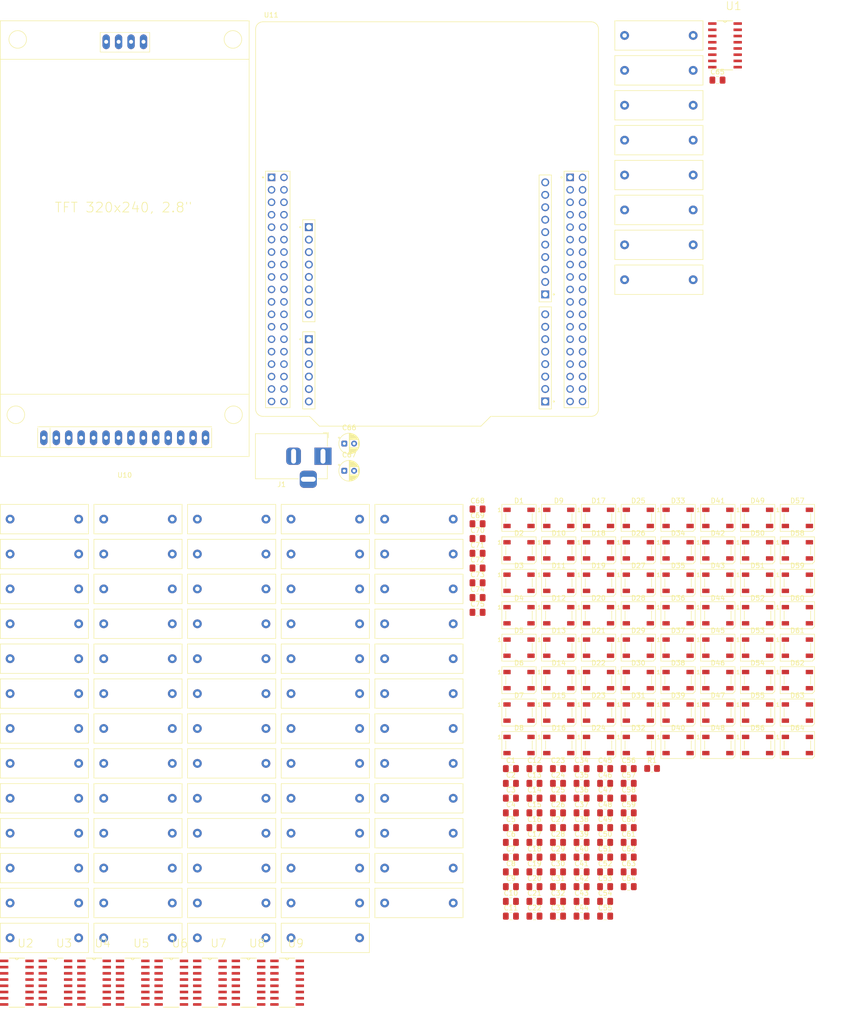
<source format=kicad_pcb>
(kicad_pcb (version 20241229) (generator "pcbnew") (generator_version "9.0")
  (layers (0 "F.Cu" signal) (2 "B.Cu" signal) (13 "F.Paste" user) (15 "B.Paste" user) (5 "F.SilkS" user "F.Silkscreen") (7 "B.SilkS" user "B.Silkscreen") (1 "F.Mask" user) (3 "B.Mask" user) (25 "Edge.Cuts" user))
  (net 0 "")
  (net 1 "+5V")
  (net 2 "GND")
  (net 3 "Net-(D1-DIN)")
  (net 4 "Net-(D1-DOUT)")
  (net 5 "Net-(D2-DOUT)")
  (net 6 "Net-(D3-DOUT)")
  (net 7 "Net-(D4-DOUT)")
  (net 8 "Net-(D5-DOUT)")
  (net 9 "Net-(D6-DOUT)")
  (net 10 "Net-(D7-DOUT)")
  (net 11 "Net-(D8-DOUT)")
  (net 12 "Net-(D10-DIN)")
  (net 13 "Net-(D10-DOUT)")
  (net 14 "Net-(D11-DOUT)")
  (net 15 "Net-(D12-DOUT)")
  (net 16 "Net-(D13-DOUT)")
  (net 17 "Net-(D14-DOUT)")
  (net 18 "Net-(D15-DOUT)")
  (net 19 "Net-(D16-DOUT)")
  (net 20 "Net-(D17-DOUT)")
  (net 21 "Net-(D18-DOUT)")
  (net 22 "Net-(D19-DOUT)")
  (net 23 "Net-(D20-DOUT)")
  (net 24 "Net-(D21-DOUT)")
  (net 25 "Net-(D22-DOUT)")
  (net 26 "Net-(D23-DOUT)")
  (net 27 "Net-(D24-DOUT)")
  (net 28 "Net-(D25-DOUT)")
  (net 29 "Net-(D26-DOUT)")
  (net 30 "Net-(D27-DOUT)")
  (net 31 "Net-(D28-DOUT)")
  (net 32 "Net-(D29-DOUT)")
  (net 33 "Net-(D30-DOUT)")
  (net 34 "Net-(D31-DOUT)")
  (net 35 "Net-(D32-DOUT)")
  (net 36 "Net-(D33-DOUT)")
  (net 37 "Net-(D34-DOUT)")
  (net 38 "Net-(D35-DOUT)")
  (net 39 "Net-(D36-DOUT)")
  (net 40 "Net-(D37-DOUT)")
  (net 41 "Net-(D38-DOUT)")
  (net 42 "Net-(D39-DOUT)")
  (net 43 "Net-(D40-DOUT)")
  (net 44 "Net-(D41-DOUT)")
  (net 45 "Net-(D42-DOUT)")
  (net 46 "Net-(D43-DOUT)")
  (net 47 "Net-(D44-DOUT)")
  (net 48 "Net-(D45-DOUT)")
  (net 49 "Net-(D46-DOUT)")
  (net 50 "Net-(D47-DOUT)")
  (net 51 "Net-(D48-DOUT)")
  (net 52 "Net-(D49-DOUT)")
  (net 53 "Net-(D50-DOUT)")
  (net 54 "Net-(D51-DOUT)")
  (net 55 "Net-(D52-DOUT)")
  (net 56 "Net-(D53-DOUT)")
  (net 57 "Net-(D54-DOUT)")
  (net 58 "Net-(D55-DOUT)")
  (net 59 "Net-(D56-DOUT)")
  (net 60 "Net-(D57-DOUT)")
  (net 61 "Net-(D58-DOUT)")
  (net 62 "Net-(D59-DOUT)")
  (net 63 "Net-(D60-DOUT)")
  (net 64 "Net-(D61-DOUT)")
  (net 65 "Net-(D62-DOUT)")
  (net 66 "Net-(D63-DOUT)")
  (net 69 "/LED_IN")
  (net 70 "/Mux_i_reed_switch/Y00")
  (net 71 "/Mux_i_reed_switch/Y01")
  (net 72 "/Mux_i_reed_switch/Y02")
  (net 73 "/Mux_i_reed_switch/Y03")
  (net 74 "/Mux_i_reed_switch/Y04")
  (net 75 "/Mux_i_reed_switch/Y05")
  (net 76 "/Mux_i_reed_switch/Y06")
  (net 77 "/Mux_i_reed_switch/Y07")
  (net 78 "/Mul_Mux_Reed_Switches/Y00")
  (net 79 "/Mul_Mux_Reed_Switches/Y01")
  (net 80 "/Mul_Mux_Reed_Switches/Y02")
  (net 81 "/Mul_Mux_Reed_Switches/Y03")
  (net 82 "/Mul_Mux_Reed_Switches/Y04")
  (net 83 "/Mul_Mux_Reed_Switches/Y05")
  (net 84 "/Mul_Mux_Reed_Switches/Y06")
  (net 85 "/Mul_Mux_Reed_Switches/Y07")
  (net 86 "/Mul_Mux_Reed_Switches/Y10")
  (net 87 "/Mul_Mux_Reed_Switches/Y11")
  (net 88 "/Mul_Mux_Reed_Switches/Y12")
  (net 89 "/Mul_Mux_Reed_Switches/Y13")
  (net 90 "/Mul_Mux_Reed_Switches/Y14")
  (net 91 "/Mul_Mux_Reed_Switches/Y15")
  (net 92 "/Mul_Mux_Reed_Switches/Y16")
  (net 93 "/Mul_Mux_Reed_Switches/Y17")
  (net 94 "/Mul_Mux_Reed_Switches/Y30")
  (net 95 "/Mul_Mux_Reed_Switches/Y20")
  (net 96 "/Mul_Mux_Reed_Switches/Y31")
  (net 97 "/Mul_Mux_Reed_Switches/Y21")
  (net 98 "/Mul_Mux_Reed_Switches/Y32")
  (net 99 "/Mul_Mux_Reed_Switches/Y22")
  (net 100 "/Mul_Mux_Reed_Switches/Y33")
  (net 101 "/Mul_Mux_Reed_Switches/Y23")
  (net 102 "/Mul_Mux_Reed_Switches/Y34")
  (net 103 "/Mul_Mux_Reed_Switches/Y24")
  (net 104 "/Mul_Mux_Reed_Switches/Y35")
  (net 105 "/Mul_Mux_Reed_Switches/Y25")
  (net 106 "/Mul_Mux_Reed_Switches/Y36")
  (net 107 "/Mul_Mux_Reed_Switches/Y26")
  (net 108 "/Mul_Mux_Reed_Switches/Y37")
  (net 109 "/Mul_Mux_Reed_Switches/Y27")
  (net 110 "/Mul_Mux_Reed_Switches/Y70")
  (net 111 "/Mul_Mux_Reed_Switches/Y60")
  (net 112 "/Mul_Mux_Reed_Switches/Y50")
  (net 113 "/Mul_Mux_Reed_Switches/Y40")
  (net 114 "/Mul_Mux_Reed_Switches/Y71")
  (net 115 "/Mul_Mux_Reed_Switches/Y61")
  (net 116 "/Mul_Mux_Reed_Switches/Y51")
  (net 117 "/Mul_Mux_Reed_Switches/Y41")
  (net 118 "/Mul_Mux_Reed_Switches/Y72")
  (net 119 "/Mul_Mux_Reed_Switches/Y62")
  (net 120 "/Mul_Mux_Reed_Switches/Y52")
  (net 121 "/Mul_Mux_Reed_Switches/Y42")
  (net 122 "/Mul_Mux_Reed_Switches/Y73")
  (net 123 "/Mul_Mux_Reed_Switches/Y63")
  (net 124 "/Mul_Mux_Reed_Switches/Y53")
  (net 125 "/Mul_Mux_Reed_Switches/Y43")
  (net 126 "/Mul_Mux_Reed_Switches/Y74")
  (net 127 "/Mul_Mux_Reed_Switches/Y64")
  (net 128 "/Mul_Mux_Reed_Switches/Y54")
  (net 129 "/Mul_Mux_Reed_Switches/Y44")
  (net 130 "/Mul_Mux_Reed_Switches/Y75")
  (net 131 "/Mul_Mux_Reed_Switches/Y65")
  (net 132 "/Mul_Mux_Reed_Switches/Y55")
  (net 133 "/Mul_Mux_Reed_Switches/Y45")
  (net 134 "/Mul_Mux_Reed_Switches/Y76")
  (net 135 "/Mul_Mux_Reed_Switches/Y66")
  (net 136 "/Mul_Mux_Reed_Switches/Y56")
  (net 137 "/Mul_Mux_Reed_Switches/Y46")
  (net 138 "/Mul_Mux_Reed_Switches/Y77")
  (net 139 "/Mul_Mux_Reed_Switches/Y67")
  (net 140 "/Mul_Mux_Reed_Switches/Y57")
  (net 141 "/Mul_Mux_Reed_Switches/Y47")
  (net 142 "/Mux_i_reed_switch/S0")
  (net 143 "/Mux_i_reed_switch/S2")
  (net 144 "/Mux_i_reed_switch/S1")
  (net 145 "/Mux_i_reed_switch/MUX_OUT_0")
  (net 146 "/S1")
  (net 147 "/S2")
  (net 148 "/MUX_OUT_0")
  (net 149 "/S0")
  (net 150 "/MUX_OUT_1")
  (net 151 "/MUX_OUT_2")
  (net 152 "/MUX_OUT_3")
  (net 153 "/MUX_OUT_6")
  (net 154 "/MUX_OUT_4")
  (net 155 "/MUX_OUT_7")
  (net 156 "/MUX_OUT_5")
  (net 158 "/RST")
  (net 159 "/VDD")
  (net 161 "/CS_SD")
  (net 163 "/MOSI")
  (net 164 "/MISO")
  (net 165 "/CS")
  (net 167 "/SCK")
  (net 169 "/DC")
  (net 186 "Net-(U11B-GND_S2-Pad10_20)")
  (net 193 "/SW2")
  (net 197 "/SW1")
  (net 201 "/SW4")
  (net 210 "/SW3")
  (footprint "Capacitor_SMD:C_0805_2012Metric_Pad1.18x1.45mm_HandSolder" (layer "F.Cu") (at 166.825 155.515)
    (property "Reference" "C24")
    (property "Value" "100nF")
  )
  (footprint "Capacitor_SMD:C_0805_2012Metric_Pad1.18x1.45mm_HandSolder" (layer "F.Cu") (at 150.395 108.575)
    (property "Reference" "C71")
    (property "Value" "100nF")
  )
  (footprint "Capacitor_SMD:C_0805_2012Metric_Pad1.18x1.45mm_HandSolder" (layer "F.Cu") (at 176.445 167.555)
    (property "Reference" "C50")
    (property "Value" "100nF")
  )
  (footprint "LED_SMD:LED_WS2812B_PLCC4_5.0x5.0mm_P3.2mm" (layer "F.Cu") (at 191.34 127.83)
    (property "Reference" "D37")
    (property "Value" "WS2812B")
  )
  (footprint "74HC4051D_653:SOIC127P600X175-16N" (layer "F.Cu") (at 200.9217 4.94)
    (property "Reference" "U1")
    (property "Value" "74HC4051D_653")
  )
  (footprint "Reed_switch:ReedSwitch_2x14mm" (layer "F.Cu") (at 187.42 17.16)
    (property "Reference" "SW3" (hide yes))
    (property "Value" "SW_Reed")
  )
  (footprint "Capacitor_SMD:C_0805_2012Metric_Pad1.18x1.45mm_HandSolder" (layer "F.Cu") (at 150.395 114.595)
    (property "Reference" "C73")
    (property "Value" "100nF")
  )
  (footprint "Reed_switch:ReedSwitch_2x14mm" (layer "F.Cu") (at 81.07 101.6)
    (property "Reference" "SW22" (hide yes))
    (property "Value" "SW_Reed")
  )
  (footprint "Capacitor_SMD:C_0805_2012Metric_Pad1.18x1.45mm_HandSolder" (layer "F.Cu") (at 176.445 170.565)
    (property "Reference" "C51")
    (property "Value" "100nF")
  )
  (footprint "Capacitor_SMD:C_0805_2012Metric_Pad1.18x1.45mm_HandSolder" (layer "F.Cu") (at 181.255 176.585)
    (property "Reference" "C64")
    (property "Value" "100nF")
  )
  (footprint "Capacitor_SMD:C_0805_2012Metric_Pad1.18x1.45mm_HandSolder" (layer "F.Cu") (at 162.015 167.555)
    (property "Reference" "C17")
    (property "Value" "100nF")
  )
  (footprint "LED_SMD:LED_WS2812B_PLCC4_5.0x5.0mm_P3.2mm" (layer "F.Cu") (at 215.7 147.69)
    (property "Reference" "D64")
    (property "Value" "WS2812B")
  )
  (footprint "LED_SMD:LED_WS2812B_PLCC4_5.0x5.0mm_P3.2mm" (layer "F.Cu") (at 215.7 127.83)
    (property "Reference" "D61")
    (property "Value" "WS2812B")
  )
  (footprint "Capacitor_SMD:C_0805_2012Metric_Pad1.18x1.45mm_HandSolder" (layer "F.Cu") (at 181.255 152.505)
    (property "Reference" "C56")
    (property "Value" "100nF")
  )
  (footprint "Reed_switch:ReedSwitch_2x14mm" (layer "F.Cu") (at 138.43 172.8)
    (property "Reference" "SW71" (hide yes))
    (property "Value" "SW_Reed")
  )
  (footprint "Reed_switch:ReedSwitch_2x14mm" (layer "F.Cu") (at 119.31 144.32)
    (property "Reference" "SW54" (hide yes))
    (property "Value" "SW_Reed")
  )
  (footprint "Reed_switch:ReedSwitch_2x14mm" (layer "F.Cu") (at 138.43 115.84)
    (property "Reference" "SW63" (hide yes))
    (property "Value" "SW_Reed")
  )
  (footprint "Capacitor_SMD:C_0805_2012Metric_Pad1.18x1.45mm_HandSolder" (layer "F.Cu") (at 150.395 99.545)
    (property "Reference" "C68")
    (property "Value" "100nF")
  )
  (footprint "Reed_switch:ReedSwitch_2x14mm" (layer "F.Cu") (at 61.95 165.68)
    (property "Reference" "SW18" (hide yes))
    (property "Value" "SW_Reed")
  )
  (footprint "LED_SMD:LED_WS2812B_PLCC4_5.0x5.0mm_P3.2mm" (layer "F.Cu") (at 199.46 114.59)
    (property "Reference" "D43")
    (property "Value" "WS2812B")
  )
  (footprint "Capacitor_SMD:C_0805_2012Metric_Pad1.18x1.45mm_HandSolder" (layer "F.Cu") (at 162.015 158.525)
    (property "Reference" "C14")
    (property "Value" "100nF")
  )
  (footprint "Capacitor_SMD:C_0805_2012Metric_Pad1.18x1.45mm_HandSolder" (layer "F.Cu") (at 171.635 164.545)
    (property "Reference" "C38")
    (property "Value" "100nF")
  )
  (footprint "Capacitor_SMD:C_0805_2012Metric_Pad1.18x1.45mm_HandSolder" (layer "F.Cu") (at 166.825 152.505)
    (property "Reference" "C23")
    (property "Value" "100nF")
  )
  (footprint "LED_SMD:LED_WS2812B_PLCC4_5.0x5.0mm_P3.2mm" (layer "F.Cu") (at 207.58 147.69)
    (property "Reference" "D56")
    (property "Value" "WS2812B")
  )
  (footprint "Capacitor_SMD:C_0805_2012Metric_Pad1.18x1.45mm_HandSolder" (layer "F.Cu") (at 166.825 164.545)
    (property "Reference" "C27")
    (property "Value" "100nF")
  )
  (footprint "Reed_switch:ReedSwitch_2x14mm" (layer "F.Cu") (at 119.31 108.72)
    (property "Reference" "SW49" (hide yes))
    (property "Value" "SW_Reed")
  )
  (footprint "Capacitor_SMD:C_0805_2012Metric_Pad1.18x1.45mm_HandSolder" (layer "F.Cu") (at 199.385 12.025)
    (property "Reference" "C65")
    (property "Value" "100nF")
  )
  (footprint "LED_SMD:LED_WS2812B_PLCC4_5.0x5.0mm_P3.2mm" (layer "F.Cu") (at 175.1 134.45)
    (property "Reference" "D22")
    (property "Value" "WS2812B")
  )
  (footprint "Reed_switch:ReedSwitch_2x14mm" (layer "F.Cu") (at 100.19 137.2)
    (property "Reference" "SW40" (hide yes))
    (property "Value" "SW_Reed")
  )
  (footprint "Capacitor_SMD:C_0805_2012Metric_Pad1.18x1.45mm_HandSolder" (layer "F.Cu") (at 166.825 179.595)
    (property "Reference" "C32")
    (property "Value" "100nF")
  )
  (footprint "Reed_switch:ReedSwitch_2x14mm" (layer "F.Cu") (at 100.19 101.6)
    (property "Reference" "SW35" (hide yes))
    (property "Value" "SW_Reed")
  )
  (footprint "LED_SMD:LED_WS2812B_PLCC4_5.0x5.0mm_P3.2mm" (layer "F.Cu") (at 215.7 101.35)
    (property "Reference" "D57")
    (property "Value" "WS2812B")
  )
  (footprint "Reed_switch:ReedSwitch_2x14mm" (layer "F.Cu") (at 61.95 158.56)
    (property "Reference" "SW17" (hide yes))
    (property "Value" "SW_Reed")
  )
  (footprint "Capacitor_SMD:C_0805_2012Metric_Pad1.18x1.45mm_HandSolder" (layer "F.Cu") (at 176.445 155.515)
    (property "Reference" "C46")
    (property "Value" "100nF")
  )
  (footprint "Capacitor_SMD:C_0805_2012Metric_Pad1.18x1.45mm_HandSolder" (layer "F.Cu") (at 157.205 164.545)
    (property "Reference" "C5")
    (property "Value" "100nF")
  )
  (footprint "LED_SMD:LED_WS2812B_PLCC4_5.0x5.0mm_P3.2mm" (layer "F.Cu") (at 166.98 101.35)
    (property "Reference" "D9")
    (property "Value" "WS2812B")
  )
  (footprint "Reed_switch:ReedSwitch_2x14mm" (layer "F.Cu") (at 81.07 179.92)
    (property "Reference" "SW33" (hide yes))
    (property "Value" "SW_Reed")
  )
  (footprint "Capacitor_SMD:C_0805_2012Metric_Pad1.18x1.45mm_HandSolder" (layer "F.Cu") (at 162.015 173.575)
    (property "Reference" "C19")
    (property "Value" "100nF")
  )
  (footprint "LED_SMD:LED_WS2812B_PLCC4_5.0x5.0mm_P3.2mm" (layer "F.Cu") (at 175.1 114.59)
    (property "Reference" "D19")
    (property "Value" "WS2812B")
  )
  (footprint "Capacitor_SMD:C_0805_2012Metric_Pad1.18x1.45mm_HandSolder" (layer "F.Cu") (at 166.825 182.605)
    (property "Reference" "C33")
    (property "Value" "100nF")
  )
  (footprint "Capacitor_SMD:C_0805_2012Metric_Pad1.18x1.45mm_HandSolder" (layer "F.Cu") (at 166.825 158.525)
    (property "Reference" "C25")
    (property "Value" "100nF")
  )
  (footprint "Reed_switch:ReedSwitch_2x14mm" (layer "F.Cu") (at 81.07 172.8)
    (property "Reference" "SW32" (hide yes))
    (property "Value" "SW_Reed")
  )
  (footprint "LED_SMD:LED_WS2812B_PLCC4_5.0x5.0mm_P3.2mm" (layer "F.Cu") (at 183.22 141.07)
    (property "Reference" "D31")
    (property "Value" "WS2812B")
  )
  (footprint "Capacitor_SMD:C_0805_2012Metric_Pad1.18x1.45mm_HandSolder" (layer "F.Cu") (at 181.255 170.565)
    (property "Reference" "C62")
    (property "Value" "100nF")
  )
  (footprint "74HC4051D_653:SOIC127P600X175-16N" (layer "F.Cu") (at 111.5155 196.18)
    (property "Reference" "U9")
    (property "Value" "74HC4051D_653")
  )
  (footprint "Capacitor_SMD:C_0805_2012Metric_Pad1.18x1.45mm_HandSolder" (layer "F.Cu") (at 150.395 117.605)
    (property "Reference" "C74")
    (property "Value" "100nF")
  )
  (footprint "LED_SMD:LED_WS2812B_PLCC4_5.0x5.0mm_P3.2mm" (layer "F.Cu") (at 191.34 141.07)
    (property "Reference" "D39")
    (property "Value" "WS2812B")
  )
  (footprint "Reed_switch:ReedSwitch_2x14mm" (layer "F.Cu") (at 81.07 130.08)
    (property "Reference" "SW26" (hide yes))
    (property "Value" "SW_Reed")
  )
  (footprint "LED_SMD:LED_WS2812B_PLCC4_5.0x5.0mm_P3.2mm" (layer "F.Cu") (at 158.86 101.35)
    (property "Reference" "D1")
    (property "Value" "WS2812B")
  )
  (footprint "Reed_switch:ReedSwitch_2x14mm" (layer "F.Cu") (at 61.95 137.2)
    (property "Reference" "SW14" (hide yes))
    (property "Value" "SW_Reed")
  )
  (footprint "Capacitor_SMD:C_0805_2012Metric_Pad1.18x1.45mm_HandSolder" (layer "F.Cu") (at 162.015 170.565)
    (property "Reference" "C18")
    (property "Value" "100nF")
  )
  (footprint "Reed_switch:ReedSwitch_2x14mm" (layer "F.Cu") (at 100.19 115.84)
    (property "Reference" "SW37" (hide yes))
    (property "Value" "SW_Reed")
  )
  (footprint "LED_SMD:LED_WS2812B_PLCC4_5.0x5.0mm_P3.2mm" (layer "F.Cu") (at 191.34 114.59)
    (property "Reference" "D35")
    (property "Value" "WS2812B")
  )
  (footprint "Capacitor_SMD:C_0805_2012Metric_Pad1.18x1.45mm_HandSolder" (layer "F.Cu") (at 157.205 170.565)
    (property "Reference" "C7")
    (property "Value" "100nF")
  )
  (footprint "Reed_switch:ReedSwitch_2x14mm" (layer "F.Cu") (at 61.95 101.6)
    (property "Reference" "SW9" (hide yes))
    (property "Value" "SW_Reed")
  )
  (footprint "Capacitor_SMD:C_0805_2012Metric_Pad1.18x1.45mm_HandSolder" (layer "F.Cu") (at 176.445 164.545)
    (property "Reference" "C49")
    (property "Value" "100nF")
  )
  (footprint "Reed_switch:ReedSwitch_2x14mm" (layer "F.Cu") (at 138.43 122.96)
    (property "Reference" "SW64" (hide yes))
    (property "Value" "SW_Reed")
  )
  (footprint "LED_SMD:LED_WS2812B_PLCC4_5.0x5.0mm_P3.2mm" (layer "F.Cu") (at 158.86 121.21)
    (property "Reference" "D4")
    (property "Value" "WS2812B")
  )
  (footprint "Capacitor_SMD:C_0805_2012Metric_Pad1.18x1.45mm_HandSolder" (layer "F.Cu") (at 181.255 164.545)
    (property "Reference" "C60")
    (property "Value" "100nF")
  )
  (footprint "LED_SMD:LED_WS2812B_PLCC4_5.0x5.0mm_P3.2mm" (layer "F.Cu") (at 215.7 141.07)
    (property "Reference" "D63")
    (property "Value" "WS2812B")
  )
  (footprint "Reed_switch:ReedSwitch_2x14mm" (layer "F.Cu") (at 61.95 179.92)
    (property "Reference" "SW20" (hide yes))
    (property "Value" "SW_Reed")
  )
  (footprint "Reed_switch:ReedSwitch_2x14mm" (layer "F.Cu") (at 81.07 151.44)
    (property "Reference" "SW29" (hide yes))
    (property "Value" "SW_Reed")
  )
  (footprint "Reed_switch:ReedSwitch_2x14mm" (layer "F.Cu") (at 61.95 130.08)
    (property "Reference" "SW13" (hide yes))
    (property "Value" "SW_Reed")
  )
  (footprint "Reed_switch:ReedSwitch_2x14mm" (layer "F.Cu") (at 61.95 151.44)
    (property "Reference" "SW16" (hide yes))
    (property "Value" "SW_Reed")
  )
  (footprint "LED_SMD:LED_WS2812B_PLCC4_5.0x5.0mm_P3.2mm" (layer "F.Cu") (at 166.98 121.21)
    (property "Reference" "D12")
    (property "Value" "WS2812B")
  )
  (footprint "Capacitor_SMD:C_0805_2012Metric_Pad1.18x1.45mm_HandSolder" (layer "F.Cu") (at 171.635 173.575)
    (property "Reference" "C41")
    (property "Value" "100nF")
  )
  (footprint "Reed_switch:ReedSwitch_2x14mm" (layer "F.Cu") (at 187.42 24.28)
    (property "Reference" "SW4" (hide yes))
    (property "Value" "SW_Reed")
  )
  (footprint "Capacitor_SMD:C_0805_2012Metric_Pad1.18x1.45mm_HandSolder" (layer "F.Cu") (at 157.205 173.575)
    (property "Reference" "C8")
    (property "Value" "100nF")
  )
  (footprint "Reed_switch:ReedSwitch_2x14mm" (layer "F.Cu") (at 119.31 137.2)
    (property "Reference" "SW53" (hide yes))
    (property "Value" "SW_Reed")
  )
  (footprint "Capacitor_THT:CP_Radial_D4.0mm_P2.00mm" (layer "F.Cu") (at 123.189801 86.185)
    (property "Reference" "C66")
    (property "Value" "22uF")
  )
  (footprint "Reed_switch:ReedSwitch_2x14mm" (layer "F.Cu") (at 138.43 101.6)
    (property "Reference" "SW61" (hide yes))
    (property "Value" "SW_Reed")
  )
  (footprint "LED_SMD:LED_WS2812B_PLCC4_5.0x5.0mm_P3.2mm" (layer "F.Cu") (at 215.7 121.21)
    (property "Reference" "D60")
    (property "Value" "WS2812B")
  )
  (footprint "Capacitor_SMD:C_0805_2012Metric_Pad1.18x1.45mm_HandSolder" (layer "F.Cu") (at 162.015 152.505)
    (property "Reference" "C12")
    (property "Value" "100nF")
  )
  (footprint "Reed_switch:ReedSwitch_2x14mm" (layer "F.Cu") (at 187.42 2.92)
    (property "Reference" "SW1" (hide yes))
    (property "Value" "SW_Reed")
  )
  (footprint "LED_SMD:LED_WS2812B_PLCC4_5.0x5.0mm_P3.2mm" (layer "F.Cu") (at 183.22 114.59)
    (property "Reference" "D27")
    (property "Value" "WS2812B")
  )
  (footprint "Capacitor_SMD:C_0805_2012Metric_Pad1.18x1.45mm_HandSolder" (layer "F.Cu") (at 176.445 158.525)
    (property "Reference" "C47")
    (property "Value" "100nF")
  )
  (footprint "Reed_switch:ReedSwitch_2x14mm" (layer "F.Cu") (at 81.07 115.84)
    (property "Reference" "SW24" (hide yes))
    (property "Value" "SW_Reed")
  )
  (footprint "Capacitor_SMD:C_0805_2012Metric_Pad1.18x1.45mm_HandSolder" (layer "F.Cu") (at 157.205 176.585)
    (property "Reference" "C9")
    (property "Value" "100nF")
  )
  (footprint "Capacitor_SMD:C_0805_2012Metric_Pad1.18x1.45mm_HandSolder" (layer "F.Cu") (at 171.635 152.505)
    (property "Reference" "C34")
    (property "Value" "100nF")
  )
  (footprint "Capacitor_SMD:C_0805_2012Metric_Pad1.18x1.45mm_HandSolder" (layer "F.Cu") (at 176.445 176.585)
    (property "Reference" "C53")
    (property "Value" "100nF")
  )
  (footprint "LED_SMD:LED_WS2812B_PLCC4_5.0x5.0mm_P3.2mm" (layer "F.Cu") (at 183.22 134.45)
    (property "Reference" "D30")
    (property "Value" "WS2812B")
  )
  (footprint "Reed_switch:ReedSwitch_2x14mm" (layer "F.Cu") (at 138.43 108.72)
    (property "Reference" "SW62" (hide yes))
    (property "Value" "SW_Reed")
  )
  (footprint "Reed_switch:ReedSwitch_2x14mm" (layer "F.Cu") (at 100.19 165.68)
    (property "Reference" "SW44" (hide yes))
    (property "Value" "SW_Reed")
  )
  (footprint "LED_SMD:LED_WS2812B_PLCC4_5.0x5.0mm_P3.2mm" (layer "F.Cu") (at 175.1 127.83)
    (property "Reference" "D21")
    (property "Value" "WS2812B")
  )
  (footprint "Connector_BarrelJack:BarrelJack_Horizontal" (layer "F.Cu") (at 118.835 88.77)
    (property "Reference" "J1")
    (property "Value" "Barrel_Jack_Switch")
  )
  (footprint "Capacitor_SMD:C_0805_2012Metric_Pad1.18x1.45mm_HandSolder" (layer "F.Cu") (at 171.635 170.565)
    (property "Reference" "C40")
    (property "Value" "100nF")
  )
  (footprint "Capacitor_SMD:C_0805_2012Metric_Pad1.18x1.45mm_HandSolder" (layer "F.Cu") (at 171.635 158.525)
    (property "Reference" "C36")
    (property "Value" "100nF")
  )
  (footprint "Reed_switch:ReedSwitch_2x14mm" (layer "F.Cu") (at 119.31 158.56)
    (property "Reference" "SW56" (hide yes))
    (property "Value" "SW_Reed")
  )
  (footprint "Reed_switch:ReedSwitch_2x14mm" (layer "F.Cu") (at 61.95 144.32)
    (property "Reference" "SW15" (hide yes))
    (property "Value" "SW_Reed")
  )
  (footprint "74HC4051D_653:SOIC127P600X175-16N" (layer "F.Cu") (at 79.9819 196.18)
    (property "Reference" "U5")
    (property "Value" "74HC4051D_653")
  )
  (footprint "Reed_switch:ReedSwitch_2x14mm" (layer "F.Cu") (at 100.19 187.04)
    (property "Reference" "SW47" (hide yes))
    (property "Value" "SW_Reed")
  )
  (footprint "Capacitor_SMD:C_0805_2012Metric_Pad1.18x1.45mm_HandSolder" (layer "F.Cu") (at 166.825 176.585)
    (property "Reference" "C31")
    (property "Value" "100nF")
  )
  (footprint "Reed_switch:ReedSwitch_2x14mm" (layer "F.Cu") (at 187.42 52.76)
    (property "Reference" "SW8" (hide yes))
    (property "Value" "SW_Reed")
  )
  (footprint "LED_SMD:LED_WS2812B_PLCC4_5.0x5.0mm_P3.2mm" (layer "F.Cu") (at 199.46 147.69)
    (property "Reference" "D48")
    (property "Value" "WS2812B")
  )
  (footprint "Capacitor_SMD:C_0805_2012Metric_Pad1.18x1.45mm_HandSolder" (layer "F.Cu") (at 157.205 167.555)
    (property "Reference" "C6")
    (property "Value" "100nF")
  )
  (footprint "Capacitor_SMD:C_0805_2012Metric_Pad1.18x1.45mm_HandSolder" (layer "F.Cu") (at 176.445 179.595)
    (property "Reference" "C54")
    (property "Value" "100nF")
  )
  (footprint "74HC4051D_653:SOIC127P600X175-16N" (layer "F.Cu") (at 95.7487 196.18)
    (property "Reference" "U7")
    (property "Value" "74HC4051D_653")
  )
  (footprint "Reed_switch:ReedSwitch_2x14mm" (layer "F.Cu") (at 119.31 151.44)
    (property "Reference" "SW55" (hide yes))
    (property "Value" "SW_Reed")
  )
  (footprint "LED_SMD:LED_WS2812B_PLCC4_5.0x5.0mm_P3.2mm" (layer "F.Cu") (at 199.46 127.83)
    (property "Reference" "D45")
    (property "Value" "WS2812B")
  )
  (footprint "Reed_switch:ReedSwitch_2x14mm" (layer "F.Cu") (at 81.07 158.56)
    (property "Reference" "SW30" (hide yes))
    (property "Value" "SW_Reed")
  )
  (footprint "LED_SMD:LED_WS2812B_PLCC4_5.0x5.0mm_P3.2mm" (layer "F.Cu") (at 199.46 121.21)
    (property "Reference" "D44")
    (property "Value" "WS2812B")
  )
  (footprint "Capacitor_SMD:C_0805_2012Metric_Pad1.18x1.45mm_HandSolder" (layer "F.Cu") (at 157.205 158.525)
    (property "Reference" "C3")
    (property "Value" "100nF")
  )
  (footprint "Capacitor_SMD:C_0805_2012Metric_Pad1.18x1.45mm_HandSolder" (layer "F.Cu") (at 150.395 120.615)
    (property "Reference" "C75")
    (property "Value" "100nF")
  )
  (footprint "LED_SMD:LED_WS2812B_PLCC4_5.0x5.0mm_P3.2mm" (layer "F.Cu") (at 191.34 121.21)
    (property "Reference" "D36")
    (property "Value" "WS2812B")
  )
  (footprint "LED_SMD:LED_WS2812B_PLCC4_5.0x5.0mm_P3.2mm" (layer "F.Cu") (at 158.86 127.83)
    (property "Reference" "D5")
    (property "Value" "WS2812B")
  )
  (footprint "Reed_switch:ReedSwitch_2x14mm" (layer "F.Cu") (at 119.31 165.68)
    (property "Reference" "SW57" (hide yes))
    (property "Value" "SW_Reed")
  )
  (footprint "LED_SMD:LED_WS2812B_PLCC4_5.0x5.0mm_P3.2mm" (layer "F.Cu") (at 207.58 127.83)
    (property "Reference" "D53")
    (property "Value" "WS2812B")
  )
  (footprint "Capacitor_SMD:C_0805_2012Metric_Pad1.18x1.45mm_HandSolder" (layer "F.Cu") (at 171.635 182.605)
    (property "Reference" "C44")
    (property "Value" "100nF")
  )
  (footprint "LED_SMD:LED_WS2812B_PLCC4_5.0x5.0mm_P3.2mm" (layer "F.Cu") (at 166.98 107.97)
    (property "Reference" "D10")
    (property "Value" "WS2812B")
  )
  (footprint "74HC4051D_653:SOIC127P600X175-16N" (layer "F.Cu") (at 103.6321 196.18)
    (property "Reference" "U8")
    (property "Value" "74HC4051D_653")
  )
  (footprint "LED_SMD:LED_WS2812B_PLCC4_5.0x5.0mm_P3.2mm" (layer "F.Cu") (at 215.7 114.59)
    (property "Reference" "D59")
    (property "Value" "WS2812B")
  )
  (footprint "LED_SMD:LED_WS2812B_PLCC4_5.0x5.0mm_P3.2mm" (layer "F.Cu") (at 166.98 114.59)
    (property "Reference" "D11")
    (property "Value" "WS2812B")
  )
  (footprint "Reed_switch:ReedSwitch_2x14mm" (layer "F.Cu") (at 81.07 165.68)
    (property "Reference" "SW31" (hide yes))
    (property "Value" "SW_Reed")
  )
  (footprint "Capacitor_SMD:C_0805_2012Metric_Pad1.18x1.45mm_HandSolder" (layer "F.Cu") (at 181.255 167.555)
    (property "Reference" "C61")
    (property "Value" "100nF")
  )
  (footprint "LED_SMD:LED_WS2812B_PLCC4_5.0x5.0mm_P3.2mm" (layer "F.Cu") (at 158.86 147.69)
    (property "Reference" "D8")
    (property "Value" "WS2812B")
  )
  (footprint "Capacitor_SMD:C_0805_2012Metric_Pad1.18x1.45mm_HandSolder" (layer "F.Cu") (at 162.015 176.585)
    (property "Reference" "C20")
    (property "Value" "100nF")
  )
  (footprint "Capacitor_SMD:C_0805_2012Metric_Pad1.18x1.45mm_HandSolder" (layer "F.Cu") (at 162.015 182.605)
    (property "Reference" "C22")
    (property "Value" "100nF")
  )
  (footprint "Reed_switch:ReedSwitch_2x14mm" (layer "F.Cu") (at 138.43 165.68)
    (property "Reference" "SW70" (hide yes))
    (property "Value" "SW_Reed")
  )
  (footprint "Reed_switch:ReedSwitch_2x14mm" (layer "F.Cu") (at 119.31 115.84)
    (property "Reference" "SW50" (hide yes))
    (property "Value" "SW_Reed")
  )
  (footprint "Capacitor_SMD:C_0805_2012Metric_Pad1.18x1.45mm_HandSolder" (layer "F.Cu") (at 162.015 161.535)
    (property "Reference" "C15")
    (property "Value" "100nF")
  )
  (footprint "Reed_switch:ReedSwitch_2x14mm" (layer "F.Cu") (at 61.95 122.96)
    (property "Reference" "SW12" (hide yes))
    (property "Value" "SW_Reed")
  )
  (footprint "LED_SMD:LED_WS2812B_PLCC4_5.0x5.0mm_P3.2mm" (layer "F.Cu") (at 183.22 101.35)
    (property "Reference" "D25")
    (property "Value" "WS2812B")
  )
  (footprint "LED_SMD:LED_WS2812B_PLCC4_5.0x5.0mm_P3.2mm" (layer "F.Cu") (at 199.46 101.35)
    (property "Reference" "D41")
    (property "Value" "WS2812B")
  )
  (footprint "Reed_switch:ReedSwitch_2x14mm" (layer "F.Cu") (at 100.19 179.92)
    (property "Reference" "SW46" (hide yes))
    (property "Value" "SW_Reed")
  )
  (footprint "LED_SMD:LED_WS2812B_PLCC4_5.0x5.0mm_P3.2mm" (layer "F.Cu") (at 158.86 107.97)
    (property "Reference" "D2")
    (property "Value" "WS2812B")
  )
  (footprint "Capacitor_SMD:C_0805_2012Metric_Pad1.18x1.45mm_HandSolder" (layer "F.Cu") (at 181.255 173.575)
    (property "Reference" "C63")
    (property "Value" "100nF")
  )
  (footprint "LED_SMD:LED_WS2812B_PLCC4_5.0x5.0mm_P3.2mm" (layer "F.Cu") (at 158.86 141.07)
    (property "Reference" "D7")
    (property "Value" "WS2812B")
  )
  (footprint "Reed_switch:ReedSwitch_2x14mm" (layer "F.Cu") (at 138.43 151.44)
    (property "Reference" "SW68" (hide yes))
    (property "Value" "SW_Reed")
  )
  (footprint "Reed_switch:ReedSwitch_2x14mm" (layer "F.Cu") (at 119.31 122.96)
    (property "Reference" "SW51" (hide yes))
    (property "Value" "SW_Reed")
  )
  (footprint "Capacitor_SMD:C_0805_2012Metric_Pad1.18x1.45mm_HandSolder" (layer "F.Cu") (at 157.205 161.535)
    (property "Reference" "C4")
    (property "Value" "100nF")
  )
  (footprint "LED_SMD:LED_WS2812B_PLCC4_5.0x5.0mm_P3.2mm" (layer "F.Cu") (at 191.34 101.35)
    (property "Reference" "D33")
    (property "Value" "WS2812B")
  )
  (footprint "Reed_switch:ReedSwitch_2x14mm" (layer "F.Cu") (at 100.19 172.8)
    (property "Reference" "SW45" (hide yes))
    (property "Value" "SW_Reed")
  )
  (footprint "Reed_switch:ReedSwitch_2x14mm" (layer "F.Cu") (at 81.07 122.96)
    (property "Reference" "SW25" (hide yes))
    (property "Value" "SW_Reed")
  )
  (footprint "Capacitor_SMD:C_0805_2012Metric_Pad1.18x1.45mm_HandSolder" (layer "F.Cu") (at 150.395 111.585)
    (property "Reference" "C72")
    (property "Value" "100nF")
  )
  (footprint "Capacitor_SMD:C_0805_2012Metric_Pad1.18x1.45mm_HandSolder" (layer "F.Cu") (at 181.255 161.535)
    (property "Reference" "C59")
    (property "Value" "100nF")
  )
  (footprint "Reed_switch:ReedSwitch_2x14mm" (layer "F.Cu") (at 119.31 130.08)
    (property "Reference" "SW52" (hide yes))
    (property "Value" "SW_Reed")
  )
  (footprint "LED_SMD:LED_WS2812B_PLCC4_5.0x5.0mm_P3.2mm" (layer "F.Cu") (at 175.1 101.35)
    (property "Reference" "D17")
    (property "Value" "WS2812B")
  )
  (footprint "Capacitor_SMD:C_0805_2012Metric_Pad1.18x1.45mm_HandSolder" (layer "F.Cu") (at 181.255 155.515)
    (property "Reference" "C57")
    (property "Value" "100nF")
  )
  (footprint "74HC4051D_653:SOIC127P600X175-16N" (layer "F.Cu") (at 72.0985 196.18)
    (property "Reference" "U4")
    (property "Value" "74HC4051D_653")
  )
  (footprint "Capacitor_SMD:C_0805_2012Metric_Pad1.18x1.45mm_HandSolder" (layer "F.Cu") (at 171.635 161.535)
    (property "Reference" "C37")
    (property "Value" "100nF")
  )
  (footprint "Reed_switch:ReedSwitch_2x14mm" (layer "F.Cu") (at 100.19 144.32)
    (property "Reference" "SW41" (hide yes))
    (property "Value" "SW_Reed")
  )
  (footprint "Capacitor_SMD:C_0805_2012Metric_Pad1.18x1.45mm_HandSolder" (layer "F.Cu") (at 176.445 161.535)
    (property "Reference" "C48")
    (property "Value" "100nF")
  )
  (footprint "LED_SMD:LED_WS2812B_PLCC4_5.0x5.0mm_P3.2mm" (layer "F.Cu") (at 199.46 141.07)
    (property "Reference" "D47")
    (property "Value" "WS2812B")
  )
  (footprint "Capacitor_SMD:C_0805_2012Metric_Pad1.18x1.45mm_HandSolder" (layer "F.Cu") (at 181.255 158.525)
    (property "Reference" "C58")
    (property "Value" "100nF")
  )
  (footprint "Reed_switch:ReedSwitch_2x14mm" (layer "F.Cu") (at 187.42 38.52)
    (property "Reference" "SW6" (hide yes))
    (property "Value" "SW_Reed")
  )
  (footprint "Reed_switch:ReedSwitch_2x14mm" (layer "F.Cu") (at 100.19 158.56)
    (property "Reference" "SW43" (hide yes))
    (property "Value" "SW_Reed")
  )
  (footprint "Reed_switch:ReedSwitch_2x14mm" (layer "F.Cu") (at 119.31 172.8)
    (property "Reference" "SW58" (hide yes))
    (property "Value" "SW_Reed")
  )
  (footprint "LED_SMD:LED_WS2812B_PLCC4_5.0x5.0mm_P3.2mm" (layer "F.Cu") (at 183.22 121.21)
    (property "Reference" "D28")
    (property "Value" "WS2812B")
  )
  (footprint "Capacitor_SMD:C_0805_2012Metric_Pad1.18x1.45mm_HandSolder" (layer "F.Cu") (at 176.445 182.605)
    (property "Reference" "C55")
    (property "Value" "100nF")
  )
  (footprint "Reed_switch:ReedSwitch_2x14mm" (layer "F.Cu") (at 61.95 172.8)
    (property "Reference" "SW19" (hide yes))
    (property "Value" "SW_Reed")
  )
  (footprint "Capacitor_SMD:C_0805_2012Metric_Pad1.18x1.45mm_HandSolder" (layer "F.Cu") (at 166.825 167.555)
    (property "Reference" "C28")
    (property "Value" "100nF")
  )
  (footprint "LED_SMD:LED_WS2812B_PLCC4_5.0x5.0mm_P3.2mm" (layer "F.Cu") (at 207.58 101.35)
    (property "Reference" "D49")
    (property "Value" "WS2812B")
  )
  (footprint "Capacitor_SMD:C_0805_2012Metric_Pad1.18x1.45mm_HandSolder" (layer "F.Cu") (at 176.445 173.575)
    (property "Reference" "C52")
    (property "Value" "100nF")
  )
  (footprint "Capacitor_SMD:C_0805_2012Metric_Pad1.18x1.45mm_HandSolder" (layer "F.Cu") (at 166.825 161.535)
    (property "Reference" "C26")
    (property "Value" "100nF")
  )
  (footprint "Reed_switch:ReedSwitch_2x14mm" (layer "F.Cu") (at 119.31 187.04)
    (property "Reference" "SW60" (hide yes))
    (property "Value" "SW_Reed")
  )
  (footprint "LED_SMD:LED_WS2812B_PLCC4_5.0x5.0mm_P3.2mm" (layer "F.Cu") (at 175.1 107.97)
    (property "Reference" "D18")
    (property "Value" "WS2812B")
  )
  (footprint "Capacitor_SMD:C_0805_2012Metric_Pad1.18x1.45mm_HandSolder" (layer "F.Cu") (at 150.395 105.565)
    (property "Reference" "C70")
    (property "Value" "100nF")
  )
  (footprint "Capacitor_SMD:C_0805_2012Metric_Pad1.18x1.45mm_HandSolder" (layer "F.Cu") (at 171.635 167.555)
    (property "Reference" "C39")
    (property "Value" "100nF")
  )
  (footprint "Capacitor_SMD:C_0805_2012Metric_Pad1.18x1.45mm_HandSolder" (layer "F.Cu") (at 171.635 155.515)
    (property "Reference" "C35")
    (property "Value" "100nF")
  )
  (footprint "LED_SMD:LED_WS2812B_PLCC4_5.0x5.0mm_P3.2mm" (layer "F.Cu") (at 175.1 141.07)
    (property "Reference" "D23")
    (property "Value" "WS2812B")
  )
  (footprint "Reed_switch:ReedSwitch_2x14mm" (layer "F.Cu") (at 100.19 122.96)
    (property "Reference" "SW38" (hide yes))
    (property "Value" "SW_Reed")
  )
  (footprint "LED_SMD:LED_WS2812B_PLCC4_5.0x5.0mm_P3.2mm" (layer "F.Cu") (at 215.7 134.45)
    (property "Reference" "D62")
    (property "Value" "WS2812B")
  )
  (footprint "Capacitor_SMD:C_0805_2012Metric_Pad1.18x1.45mm_HandSolder" (layer "F.Cu") (at 166.825 173.575)
    (property "Reference" "C30")
    (property "Value" "100nF")
  )
  (footprint "LED_SMD:LED_WS2812B_PLCC4_5.0x5.0mm_P3.2mm" (layer "F.Cu") (at 166.98 134.45)
    (property "Reference" "D14")
    (property "Value" "WS2812B")
  )
  (footprint "74HC4051D_653:SOIC127P600X175-16N" (layer "F.Cu") (at 56.3317 196.18)
    (property "Reference" "U2")
    (property "Value" "74HC4051D_653")
  )
  (footprint "Reed_switch:ReedSwitch_2x14mm" (layer "F.Cu") (at 138.43 130.08)
    (property "Reference" "SW65" (hide yes))
    (property "Value" "SW_Reed")
  )
  (footprint "LED_SMD:LED_WS2812B_PLCC4_5.0x5.0mm_P3.2mm" (layer "F.Cu") (at 207.58 134.45)
    (property "Reference" "D54")
    (property "Value" "WS2812B")
  )
  (footprint "Reed_switch:ReedSwitch_2x14mm" (layer "F.Cu") (at 61.95 115.84)
    (property "Reference" "SW11" (hide yes))
    (property "Value" "SW_Reed")
  )
  (footprint "Reed_switch:ReedSwitch_2x14mm" (layer "F.Cu") (at 61.95 108.72)
    (property "Reference" "SW10" (hide yes))
    (property "Value" "SW_Reed")
  )
  (footprint "LED_SMD:LED_WS2812B_PLCC4_5.0x5.0mm_P3.2mm" (layer "F.Cu") (at 191.34 134.45)
    (property "Reference" "D38")
    (property "Value" "WS2812B")
  )
  (footprint "Reed_switch:ReedSwitch_2x14mm" (layer "F.Cu") (at 119.31 179.92)
    (property "Reference" "SW59" (hide yes))
    (property "Value" "SW_Reed")
  )
  (footprint "Reed_switch:ReedSwitch_2x14mm" (layer "F.Cu") (at 119.31 101.6)
    (property "Reference" "SW48" (hide yes))
    (property "Value" "SW_Reed")
  )
  (footprint "LED_SMD:LED_WS2812B_PLCC4_5.0x5.0mm_P3.2mm" (layer "F.Cu") (at 207.58 121.21)
    (property "Reference" "D52")
    (property "Value" "WS2812B")
  )
  (footprint "Capacitor_SMD:C_0805_2012Metric_Pad1.18x1.45mm_HandSolder" (layer "F.Cu") (at 157.205 179.595)
    (property "Reference" "C10")
    (property "Value" "100nF")
  )
  (footprint "Reed_switch:ReedSwitch_2x14mm" (layer "F.Cu") (at 187.42 45.64)
    (property "Reference" "SW7" (hide yes))
    (property "Value" "SW_Reed")
  )
  (footprint "LED_SMD:LED_WS2812B_PLCC4_5.0x5.0mm_P3.2mm" (layer "F.Cu") (at 158.86 114.59)
    (property "Reference" "D3")
    (property "Value" "WS2812B")
  )
  (footprint "LED_SMD:LED_WS2812B_PLCC4_5.0x5.0mm_P3.2mm" (layer "F.Cu") (at 175.1 121.21)
    (property "Reference" "D20")
    (property "Value" "WS2812B")
  )
  (footprint "Reed_switch:ReedSwitch_2x14mm" (layer "F.Cu") (at 138.43 158.56)
    (property "Reference" "SW69" (hide yes))
    (property "Value" "SW_Reed")
  )
  (footprint "LED_SMD:LED_WS2812B_PLCC4_5.0x5.0mm_P3.2mm" (layer "F.Cu") (at 158.86 134.45)
    (property "Reference" "D6")
    (property "Value" "WS2812B")
  )
  (footprint "Reed_switch:ReedSwitch_2x14mm" (layer "F.Cu") (at 100.19 108.72)
    (property "Reference" "SW36" (hide yes))
    (property "Value" "SW_Reed")
  )
  (footprint "Capacitor_SMD:C_0805_2012Metric_Pad1.18x1.45mm_HandSolder" (layer "F.Cu") (at 171.635 176.585)
    (property "Reference" "C42")
    (property "Value" "100nF")
  )
  (footprint "LED_SMD:LED_WS2812B_PLCC4_5.0x5.0mm_P3.2mm" (layer "F.Cu") (at 207.58 114.59)
    (property "Reference" "D51")
    (property "Value" "WS2812B")
  )
  (footprint "74HC4051D_653:SOIC127P600X175-16N" (layer "F.Cu") (at 64.2151 196.18)
    (property "Reference" "U3")
    (property "Value" "74HC4051D_653")
  )
  (footprint "Capacitor_SMD:C_0805_2012Metric_Pad1.18x1.45mm_HandSolder" (layer "F.Cu") (at 162.015 155.515)
    (property "Reference" "C13")
    (property "Value" "100nF")
  )
  (footprint "LED_SMD:LED_WS2812B_PLCC4_5.0x5.0mm_P3.2mm" (layer "F.Cu") (at 166.98 147.69)
    (property "Reference" "D16")
    (property "Value" "WS2812B")
  )
  (footprint "LED_SMD:LED_WS2812B_PLCC4_5.0x5.0mm_P3.2mm" (layer "F.Cu") (at 183.22 127.83)
    (property "Reference" "D29")
    (property "Value" "WS2812B")
  )
  (footprint "Resistor_SMD:R_0805_2012Metric_Pad1.20x1.40mm_HandSolder" (layer "F.Cu") (at 186.035 152.475)
    (property "Reference" "R1")
    (property "Value" "330")
  )
  (footprint "LED_SMD:LED_WS2812B_PLCC4_5.0x5.0mm_P3.2mm" (layer "F.Cu") (at 183.22 147.69)
    (property "Reference" "D32")
    (property "Value" "WS2812B")
  )
  (footprint "Capacitor_SMD:C_0805_2012Metric_Pad1.18x1.45mm_HandSolder" (layer "F.Cu") (at 171.635 179.595)
    (property "Reference" "C43")
    (property "Value" "100nF")
  )
  (footprint "Capacitor_SMD:C_0805_2012Metric_Pad1.18x1.45mm_HandSolder" (layer "F.Cu") (at 162.015 179.595)
    (property "Reference" "C21")
    (property "Value" "100nF")
  )
  (footprint "Reed_switch:ReedSwitch_2x14mm" (layer "F.Cu") (at 100.19 151.44)
    (property "Reference" "SW42" (hide yes))
    (property "Value" "SW_Reed")
  )
  (footprint "Capacitor_SMD:C_0805_2012Metric_Pad1.18x1.45mm_HandSolder" (layer "F.Cu") (at 162.015 164.545)
    (property "Reference" "C16")
    (property "Value" "100nF")
  )
  (footprint "LED_SMD:LED_WS2812B_PLCC4_5.0x5.0mm_P3.2mm" (layer "F.Cu") (at 191.34 147.69)
    (property "Reference" "D40")
    (property "Value" "WS2812B")
  )
  (footprint "LED_SMD:LED_WS2812B_PLCC4_5.0x5.0mm_P3.2mm" (layer "F.Cu") (at 199.46 107.97)
    (property "Reference" "D42")
    (property "Value" "WS2812B")
  )
  (footprint "Capacitor_SMD:C_0805_2012Metric_Pad1.18x1.45mm_HandSolder" (layer "F.Cu") (at 157.205 152.505)
    (property "Reference" "C1")
    (property "Value" "100nF")
  )
  (footprint "Capacitor_SMD:C_0805_2012Metric_Pad1.18x1.45mm_HandSolder" (layer "F.Cu") (at 176.445 152.505)
    (property "Reference" "C45")
    (property "Value" "100nF")
  )
  (footprint "LED_SMD:LED_WS2812B_PLCC4_5.0x5.0mm_P3.2mm" (layer "F.Cu") (at 215.7 107.97)
    (property "Reference" "D58")
    (property "Value" "WS2812B")
  )
  (footprint "Reed_switch:ReedSwitch_2x14mm" (layer "F.Cu") (at 187.42 31.4)
    (property "Reference" "SW5" (hide yes))
    (property "Value" "SW_Reed")
  )
  (footprint "Capacitor_SMD:C_0805_2012Metric_Pad1.18x1.45mm_HandSolder" (layer "F.Cu") (at 150.395 102.555)
    (property "Reference" "C69")
    (property "Value" "100nF")
  )
  (footprint "Capacitor_SMD:C_0805_2012Metric_Pad1.18x1.45mm_HandSolder" (layer "F.Cu") (at 166.825 170.565)
    (property "Reference" "C29")
    (property "Value" "100nF")
  )
  (footprint "LED_SMD:LED_WS2812B_PLCC4_5.0x5.0mm_P3.2mm" (layer "F.Cu") (at 191.34 107.97)
    (property "Reference" "D34")
    (property "Value" "WS2812B")
  )
  (footprint "LED_SMD:LED_WS2812B_PLCC4_5.0x5.0mm_P3.2mm" (layer "F.Cu") (at 207.58 141.07)
    (property "Reference" "D55")
    (property "Value" "WS2812B")
  )
  (footprint "LED_SMD:LED_WS2812B_PLCC4_5.0x5.0mm_P3.2mm" (layer "F.Cu") (at 166.98 141.07)
    (property "Reference" "D15")
    (property "Value" "WS2812B")
  )
  (footprint "Reed_switch:ReedSwitch_2x14mm" (layer "F.Cu") (at 187.42 10.04)
    (property "Reference" "SW2" (hide yes))
    (property "Value" "SW_Reed")
  )
  (footprint "LED_SMD:LED_WS2812B_PLCC4_5.0x5.0mm_P3.2mm" (layer "F.Cu") (at 175.1 147.69)
    (property "Reference" "D24")
    (property "Value" "WS2812B")
  )
  (footprint "NUCLEO-F401RE:ST_NUCLEO-F401RE" (layer "F.Cu") (at 140.085 41.385)
    (property "Reference" "U11")
    (property "Value" "NUCLEO-F401RE")
  )
  (footprint "Reed_switch:ReedSwitch_2x14mm" (layer "F.Cu") (at 100.19 130.08)
    (property "Reference" "SW39" (hide yes))
    (property "Value" "SW_Reed")
  )
  (footprint "LED_SMD:LED_WS2812B_PLCC4_5.0x5.0mm_P3.2mm" (layer "F.Cu") (at 183.22 107.97)
    (property "Reference" "D26")
    (property "Value" "WS2812B")
  )
  (footprint "LED_SMD:LED_WS2812B_PLCC4_5.0x5.0mm_P3.2mm" (layer "F.Cu") (at 199.46 134.45)
    (property "Reference" "D46")
    (property "Value" "WS2812B")
  )
  (footprint "Capacitor_THT:CP_Radial_D4.0mm_P2.00mm" (layer "F.Cu") (at 123.189801 91.735)
    (property "Reference" "C67")
    (property "Value" "100nF")
  )
  (footprint "Reed_switch:ReedSwitch_2x14mm" (layer "F.Cu") (at 81.07 137.2)
    (property "Reference" "SW27" (hide yes))
    (property "Value" "SW_Reed")
  )
  (footprint "Reed_switch:ReedSwitch_2x14mm" (layer "F.Cu") (at 138.43 144.32)
    (property "Reference" "SW67" (hide yes))
    (property "Value" "SW_Reed")
  )
  (footprint "Capacitor_SMD:C_0805_2012Metric_Pad1.18x1.45mm_HandSolder" (layer "F.Cu") (at 157.205 182.605)
    (property "Reference" "C11")
    (property "Value" "100nF")
  )
  (footprint "Reed_switch:ReedSwitch_2x14mm" (layer "F.Cu") (at 81.07 144.32)
    (property "Reference" "SW28" (hide yes))
    (property "Value" "SW_Reed")
  )
  (footprint "Capacitor_SMD:C_0805_2012Metric_Pad1.18x1.45mm_HandSolder" (layer "F.Cu") (at 157.205 155.515)
    (property "Reference" "C2")
    (property "Value" "100nF")
  )
  (footprint "Reed_switch:ReedSwitch_2x14mm" (layer "F.Cu") (at 81.07 108.72)
    (property "Reference" "SW23" (hide yes))
    (property "Value" "SW_Reed")
  )
  (footprint "74HC4051D_653:SOIC127P600X175-16N" (layer "F.Cu") (at 87.8653 196.18)
    (property "Reference" "U6")
    (property "Value" "74HC4051D_653")
  )
  (footprint "Reed_switch:ReedSwitch_2x14mm" (layer "F.Cu") (at 81.07 187.04)
    (property "Reference" "SW34" (hide yes))
    (property "Value" "SW_Reed")
  )
  (footprint "TFT_screen:TFT-320x240" (layer "F.Cu") (at 78.35 85.01)
    (property "Reference" "U10")
    (property "Value" "TFT_320x240")
  )
  (footprint "Reed_switch:ReedSwitch_2x14mm" (layer "F.Cu") (at 138.43 179.92)
    (property "Reference" "SW72" (hide yes))
    (property "Value" "SW_Reed")
  )
  (footprint "LED_SMD:LED_WS2812B_PLCC4_5.0x5.0mm_P3.2mm" (layer "F.Cu") (at 207.58 107.97)
    (property "Reference" "D50")
    (property "Value" "WS2812B")
  )
  (footprint "LED_SMD:LED_WS2812B_PLCC4_5.0x5.0mm_P3.2mm" (layer "F.Cu") (at 166.98 127.83)
    (property "Reference" "D13")
    (property "Value" "WS2812B")
  )
  (footprint "Reed_switch:ReedSwitch_2x14mm" (layer "F.Cu") (at 138.43 137.2)
    (property "Reference" "SW66" (hide yes))
    (property "Value" "SW_Reed")
  )
  (footprint "Reed_switch:ReedSwitch_2x14mm" (layer "F.Cu") (at 61.95 187.04)
    (property "Reference" "SW21" (hide yes))
    (property "Value" "SW_Reed")
  )
)
</source>
